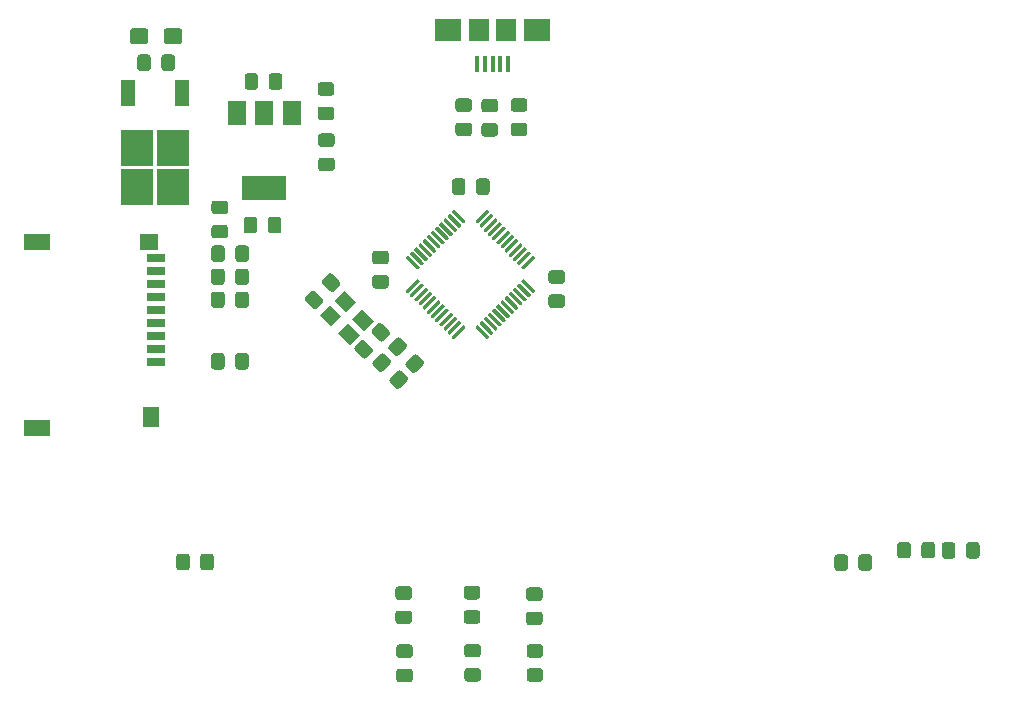
<source format=gbr>
%TF.GenerationSoftware,KiCad,Pcbnew,(5.99.0-3293-g62433736b)*%
%TF.CreationDate,2020-10-14T19:58:00+07:00*%
%TF.ProjectId,C21_board,4332315f-626f-4617-9264-2e6b69636164,rev?*%
%TF.SameCoordinates,Original*%
%TF.FileFunction,Paste,Top*%
%TF.FilePolarity,Positive*%
%FSLAX46Y46*%
G04 Gerber Fmt 4.6, Leading zero omitted, Abs format (unit mm)*
G04 Created by KiCad (PCBNEW (5.99.0-3293-g62433736b)) date 2020-10-14 19:58:00*
%MOMM*%
%LPD*%
G01*
G04 APERTURE LIST*
%ADD10R,1.600000X0.700000*%
%ADD11R,1.600000X1.400000*%
%ADD12R,2.200000X1.400000*%
%ADD13R,1.400000X1.800000*%
%ADD14R,1.500000X2.000000*%
%ADD15R,3.800000X2.000000*%
%ADD16R,2.750000X3.050000*%
%ADD17R,1.200000X2.200000*%
%ADD18R,0.400000X1.400000*%
%ADD19R,2.300000X1.900000*%
%ADD20R,1.800000X1.900000*%
G04 APERTURE END LIST*
%TO.C,C5*%
G36*
G01*
X120020000Y-66550000D02*
X120020000Y-65650000D01*
G75*
G02*
X120270000Y-65400000I250000J0D01*
G01*
X120920000Y-65400000D01*
G75*
G02*
X121170000Y-65650000I0J-250000D01*
G01*
X121170000Y-66550000D01*
G75*
G02*
X120920000Y-66800000I-250000J0D01*
G01*
X120270000Y-66800000D01*
G75*
G02*
X120020000Y-66550000I0J250000D01*
G01*
G37*
G36*
G01*
X122070000Y-66550000D02*
X122070000Y-65650000D01*
G75*
G02*
X122320000Y-65400000I250000J0D01*
G01*
X122970000Y-65400000D01*
G75*
G02*
X123220000Y-65650000I0J-250000D01*
G01*
X123220000Y-66550000D01*
G75*
G02*
X122970000Y-66800000I-250000J0D01*
G01*
X122320000Y-66800000D01*
G75*
G02*
X122070000Y-66550000I0J250000D01*
G01*
G37*
%TD*%
%TO.C,C6*%
G36*
G01*
X131075000Y-80425000D02*
X131975000Y-80425000D01*
G75*
G02*
X132225000Y-80675000I0J-250000D01*
G01*
X132225000Y-81325000D01*
G75*
G02*
X131975000Y-81575000I-250000J0D01*
G01*
X131075000Y-81575000D01*
G75*
G02*
X130825000Y-81325000I0J250000D01*
G01*
X130825000Y-80675000D01*
G75*
G02*
X131075000Y-80425000I250000J0D01*
G01*
G37*
G36*
G01*
X131075000Y-82475000D02*
X131975000Y-82475000D01*
G75*
G02*
X132225000Y-82725000I0J-250000D01*
G01*
X132225000Y-83375000D01*
G75*
G02*
X131975000Y-83625000I-250000J0D01*
G01*
X131075000Y-83625000D01*
G75*
G02*
X130825000Y-83375000I0J250000D01*
G01*
X130825000Y-82725000D01*
G75*
G02*
X131075000Y-82475000I250000J0D01*
G01*
G37*
%TD*%
%TO.C,C7*%
G36*
G01*
X119940000Y-78715000D02*
X119940000Y-77815000D01*
G75*
G02*
X120190000Y-77565000I250000J0D01*
G01*
X120840000Y-77565000D01*
G75*
G02*
X121090000Y-77815000I0J-250000D01*
G01*
X121090000Y-78715000D01*
G75*
G02*
X120840000Y-78965000I-250000J0D01*
G01*
X120190000Y-78965000D01*
G75*
G02*
X119940000Y-78715000I0J250000D01*
G01*
G37*
G36*
G01*
X121990000Y-78715000D02*
X121990000Y-77815000D01*
G75*
G02*
X122240000Y-77565000I250000J0D01*
G01*
X122890000Y-77565000D01*
G75*
G02*
X123140000Y-77815000I0J-250000D01*
G01*
X123140000Y-78715000D01*
G75*
G02*
X122890000Y-78965000I-250000J0D01*
G01*
X122240000Y-78965000D01*
G75*
G02*
X121990000Y-78715000I0J250000D01*
G01*
G37*
%TD*%
%TO.C,C8*%
G36*
G01*
X133799569Y-91438173D02*
X133163173Y-92074569D01*
G75*
G02*
X132809619Y-92074569I-176777J176777D01*
G01*
X132349999Y-91614949D01*
G75*
G02*
X132349999Y-91261395I176777J176777D01*
G01*
X132986395Y-90624999D01*
G75*
G02*
X133339949Y-90624999I176777J-176777D01*
G01*
X133799569Y-91084619D01*
G75*
G02*
X133799569Y-91438173I-176777J-176777D01*
G01*
G37*
G36*
G01*
X132350001Y-89988605D02*
X131713605Y-90625001D01*
G75*
G02*
X131360051Y-90625001I-176777J176777D01*
G01*
X130900431Y-90165381D01*
G75*
G02*
X130900431Y-89811827I176777J176777D01*
G01*
X131536827Y-89175431D01*
G75*
G02*
X131890381Y-89175431I176777J-176777D01*
G01*
X132350001Y-89635051D01*
G75*
G02*
X132350001Y-89988605I-176777J-176777D01*
G01*
G37*
%TD*%
%TO.C,C10*%
G36*
G01*
X146000000Y-82075000D02*
X146900000Y-82075000D01*
G75*
G02*
X147150000Y-82325000I0J-250000D01*
G01*
X147150000Y-82975000D01*
G75*
G02*
X146900000Y-83225000I-250000J0D01*
G01*
X146000000Y-83225000D01*
G75*
G02*
X145750000Y-82975000I0J250000D01*
G01*
X145750000Y-82325000D01*
G75*
G02*
X146000000Y-82075000I250000J0D01*
G01*
G37*
G36*
G01*
X146000000Y-84125000D02*
X146900000Y-84125000D01*
G75*
G02*
X147150000Y-84375000I0J-250000D01*
G01*
X147150000Y-85025000D01*
G75*
G02*
X146900000Y-85275000I-250000J0D01*
G01*
X146000000Y-85275000D01*
G75*
G02*
X145750000Y-85025000I0J250000D01*
G01*
X145750000Y-84375000D01*
G75*
G02*
X146000000Y-84125000I250000J0D01*
G01*
G37*
%TD*%
%TO.C,C11*%
G36*
G01*
X137575000Y-75450000D02*
X137575000Y-74550000D01*
G75*
G02*
X137825000Y-74300000I250000J0D01*
G01*
X138475000Y-74300000D01*
G75*
G02*
X138725000Y-74550000I0J-250000D01*
G01*
X138725000Y-75450000D01*
G75*
G02*
X138475000Y-75700000I-250000J0D01*
G01*
X137825000Y-75700000D01*
G75*
G02*
X137575000Y-75450000I0J250000D01*
G01*
G37*
G36*
G01*
X139625000Y-75450000D02*
X139625000Y-74550000D01*
G75*
G02*
X139875000Y-74300000I250000J0D01*
G01*
X140525000Y-74300000D01*
G75*
G02*
X140775000Y-74550000I0J-250000D01*
G01*
X140775000Y-75450000D01*
G75*
G02*
X140525000Y-75700000I-250000J0D01*
G01*
X139875000Y-75700000D01*
G75*
G02*
X139625000Y-75450000I0J250000D01*
G01*
G37*
%TD*%
%TO.C,C12*%
G36*
G01*
X114225000Y-107225000D02*
X114225000Y-106325000D01*
G75*
G02*
X114475000Y-106075000I250000J0D01*
G01*
X115125000Y-106075000D01*
G75*
G02*
X115375000Y-106325000I0J-250000D01*
G01*
X115375000Y-107225000D01*
G75*
G02*
X115125000Y-107475000I-250000J0D01*
G01*
X114475000Y-107475000D01*
G75*
G02*
X114225000Y-107225000I0J250000D01*
G01*
G37*
G36*
G01*
X116275000Y-107225000D02*
X116275000Y-106325000D01*
G75*
G02*
X116525000Y-106075000I250000J0D01*
G01*
X117175000Y-106075000D01*
G75*
G02*
X117425000Y-106325000I0J-250000D01*
G01*
X117425000Y-107225000D01*
G75*
G02*
X117175000Y-107475000I-250000J0D01*
G01*
X116525000Y-107475000D01*
G75*
G02*
X116275000Y-107225000I0J250000D01*
G01*
G37*
%TD*%
%TO.C,C15*%
G36*
G01*
X135149569Y-90088173D02*
X134513173Y-90724569D01*
G75*
G02*
X134159619Y-90724569I-176777J176777D01*
G01*
X133699999Y-90264949D01*
G75*
G02*
X133699999Y-89911395I176777J176777D01*
G01*
X134336395Y-89274999D01*
G75*
G02*
X134689949Y-89274999I176777J-176777D01*
G01*
X135149569Y-89734619D01*
G75*
G02*
X135149569Y-90088173I-176777J-176777D01*
G01*
G37*
G36*
G01*
X133700001Y-88638605D02*
X133063605Y-89275001D01*
G75*
G02*
X132710051Y-89275001I-176777J176777D01*
G01*
X132250431Y-88815381D01*
G75*
G02*
X132250431Y-88461827I176777J176777D01*
G01*
X132886827Y-87825431D01*
G75*
G02*
X133240381Y-87825431I176777J-176777D01*
G01*
X133700001Y-88285051D01*
G75*
G02*
X133700001Y-88638605I-176777J-176777D01*
G01*
G37*
%TD*%
%TO.C,3.3v*%
G36*
G01*
X126460000Y-66165000D02*
X127360000Y-66165000D01*
G75*
G02*
X127610000Y-66415000I0J-250000D01*
G01*
X127610000Y-67065000D01*
G75*
G02*
X127360000Y-67315000I-250000J0D01*
G01*
X126460000Y-67315000D01*
G75*
G02*
X126210000Y-67065000I0J250000D01*
G01*
X126210000Y-66415000D01*
G75*
G02*
X126460000Y-66165000I250000J0D01*
G01*
G37*
G36*
G01*
X126460000Y-68215000D02*
X127360000Y-68215000D01*
G75*
G02*
X127610000Y-68465000I0J-250000D01*
G01*
X127610000Y-69115000D01*
G75*
G02*
X127360000Y-69365000I-250000J0D01*
G01*
X126460000Y-69365000D01*
G75*
G02*
X126210000Y-69115000I0J250000D01*
G01*
X126210000Y-68465000D01*
G75*
G02*
X126460000Y-68215000I250000J0D01*
G01*
G37*
%TD*%
D10*
%TO.C,SD CARD*%
X112560000Y-89825000D03*
X112560000Y-88725000D03*
X112560000Y-87625000D03*
X112560000Y-86525000D03*
X112560000Y-85425000D03*
X112560000Y-84325000D03*
X112560000Y-83225000D03*
X112560000Y-82125000D03*
X112560000Y-81025000D03*
D11*
X111960000Y-79725000D03*
D12*
X102460000Y-79725000D03*
X102460000Y-95425000D03*
D13*
X112060000Y-94525000D03*
%TD*%
%TO.C,R1*%
G36*
G01*
X139025000Y-70720000D02*
X138125000Y-70720000D01*
G75*
G02*
X137875000Y-70470000I0J250000D01*
G01*
X137875000Y-69820000D01*
G75*
G02*
X138125000Y-69570000I250000J0D01*
G01*
X139025000Y-69570000D01*
G75*
G02*
X139275000Y-69820000I0J-250000D01*
G01*
X139275000Y-70470000D01*
G75*
G02*
X139025000Y-70720000I-250000J0D01*
G01*
G37*
G36*
G01*
X139025000Y-68670000D02*
X138125000Y-68670000D01*
G75*
G02*
X137875000Y-68420000I0J250000D01*
G01*
X137875000Y-67770000D01*
G75*
G02*
X138125000Y-67520000I250000J0D01*
G01*
X139025000Y-67520000D01*
G75*
G02*
X139275000Y-67770000I0J-250000D01*
G01*
X139275000Y-68420000D01*
G75*
G02*
X139025000Y-68670000I-250000J0D01*
G01*
G37*
%TD*%
%TO.C,R3*%
G36*
G01*
X126500000Y-70491250D02*
X127400000Y-70491250D01*
G75*
G02*
X127650000Y-70741250I0J-250000D01*
G01*
X127650000Y-71391250D01*
G75*
G02*
X127400000Y-71641250I-250000J0D01*
G01*
X126500000Y-71641250D01*
G75*
G02*
X126250000Y-71391250I0J250000D01*
G01*
X126250000Y-70741250D01*
G75*
G02*
X126500000Y-70491250I250000J0D01*
G01*
G37*
G36*
G01*
X126500000Y-72541250D02*
X127400000Y-72541250D01*
G75*
G02*
X127650000Y-72791250I0J-250000D01*
G01*
X127650000Y-73441250D01*
G75*
G02*
X127400000Y-73691250I-250000J0D01*
G01*
X126500000Y-73691250D01*
G75*
G02*
X126250000Y-73441250I0J250000D01*
G01*
X126250000Y-72791250D01*
G75*
G02*
X126500000Y-72541250I250000J0D01*
G01*
G37*
%TD*%
%TO.C,R4*%
G36*
G01*
X141230000Y-70760000D02*
X140330000Y-70760000D01*
G75*
G02*
X140080000Y-70510000I0J250000D01*
G01*
X140080000Y-69860000D01*
G75*
G02*
X140330000Y-69610000I250000J0D01*
G01*
X141230000Y-69610000D01*
G75*
G02*
X141480000Y-69860000I0J-250000D01*
G01*
X141480000Y-70510000D01*
G75*
G02*
X141230000Y-70760000I-250000J0D01*
G01*
G37*
G36*
G01*
X141230000Y-68710000D02*
X140330000Y-68710000D01*
G75*
G02*
X140080000Y-68460000I0J250000D01*
G01*
X140080000Y-67810000D01*
G75*
G02*
X140330000Y-67560000I250000J0D01*
G01*
X141230000Y-67560000D01*
G75*
G02*
X141480000Y-67810000I0J-250000D01*
G01*
X141480000Y-68460000D01*
G75*
G02*
X141230000Y-68710000I-250000J0D01*
G01*
G37*
%TD*%
%TO.C,R5*%
G36*
G01*
X143710000Y-70720000D02*
X142810000Y-70720000D01*
G75*
G02*
X142560000Y-70470000I0J250000D01*
G01*
X142560000Y-69820000D01*
G75*
G02*
X142810000Y-69570000I250000J0D01*
G01*
X143710000Y-69570000D01*
G75*
G02*
X143960000Y-69820000I0J-250000D01*
G01*
X143960000Y-70470000D01*
G75*
G02*
X143710000Y-70720000I-250000J0D01*
G01*
G37*
G36*
G01*
X143710000Y-68670000D02*
X142810000Y-68670000D01*
G75*
G02*
X142560000Y-68420000I0J250000D01*
G01*
X142560000Y-67770000D01*
G75*
G02*
X142810000Y-67520000I250000J0D01*
G01*
X143710000Y-67520000D01*
G75*
G02*
X143960000Y-67770000I0J-250000D01*
G01*
X143960000Y-68420000D01*
G75*
G02*
X143710000Y-68670000I-250000J0D01*
G01*
G37*
%TD*%
%TO.C,R6*%
G36*
G01*
X117175010Y-90234990D02*
X117175010Y-89334990D01*
G75*
G02*
X117425010Y-89084990I250000J0D01*
G01*
X118075010Y-89084990D01*
G75*
G02*
X118325010Y-89334990I0J-250000D01*
G01*
X118325010Y-90234990D01*
G75*
G02*
X118075010Y-90484990I-250000J0D01*
G01*
X117425010Y-90484990D01*
G75*
G02*
X117175010Y-90234990I0J250000D01*
G01*
G37*
G36*
G01*
X119225010Y-90234990D02*
X119225010Y-89334990D01*
G75*
G02*
X119475010Y-89084990I250000J0D01*
G01*
X120125010Y-89084990D01*
G75*
G02*
X120375010Y-89334990I0J-250000D01*
G01*
X120375010Y-90234990D01*
G75*
G02*
X120125010Y-90484990I-250000J0D01*
G01*
X119475010Y-90484990D01*
G75*
G02*
X119225010Y-90234990I0J250000D01*
G01*
G37*
%TD*%
%TO.C,R7*%
G36*
G01*
X117185000Y-83080000D02*
X117185000Y-82180000D01*
G75*
G02*
X117435000Y-81930000I250000J0D01*
G01*
X118085000Y-81930000D01*
G75*
G02*
X118335000Y-82180000I0J-250000D01*
G01*
X118335000Y-83080000D01*
G75*
G02*
X118085000Y-83330000I-250000J0D01*
G01*
X117435000Y-83330000D01*
G75*
G02*
X117185000Y-83080000I0J250000D01*
G01*
G37*
G36*
G01*
X119235000Y-83080000D02*
X119235000Y-82180000D01*
G75*
G02*
X119485000Y-81930000I250000J0D01*
G01*
X120135000Y-81930000D01*
G75*
G02*
X120385000Y-82180000I0J-250000D01*
G01*
X120385000Y-83080000D01*
G75*
G02*
X120135000Y-83330000I-250000J0D01*
G01*
X119485000Y-83330000D01*
G75*
G02*
X119235000Y-83080000I0J250000D01*
G01*
G37*
%TD*%
%TO.C,R8*%
G36*
G01*
X117195000Y-81130000D02*
X117195000Y-80230000D01*
G75*
G02*
X117445000Y-79980000I250000J0D01*
G01*
X118095000Y-79980000D01*
G75*
G02*
X118345000Y-80230000I0J-250000D01*
G01*
X118345000Y-81130000D01*
G75*
G02*
X118095000Y-81380000I-250000J0D01*
G01*
X117445000Y-81380000D01*
G75*
G02*
X117195000Y-81130000I0J250000D01*
G01*
G37*
G36*
G01*
X119245000Y-81130000D02*
X119245000Y-80230000D01*
G75*
G02*
X119495000Y-79980000I250000J0D01*
G01*
X120145000Y-79980000D01*
G75*
G02*
X120395000Y-80230000I0J-250000D01*
G01*
X120395000Y-81130000D01*
G75*
G02*
X120145000Y-81380000I-250000J0D01*
G01*
X119495000Y-81380000D01*
G75*
G02*
X119245000Y-81130000I0J250000D01*
G01*
G37*
%TD*%
%TO.C,R9*%
G36*
G01*
X117185000Y-85030000D02*
X117185000Y-84130000D01*
G75*
G02*
X117435000Y-83880000I250000J0D01*
G01*
X118085000Y-83880000D01*
G75*
G02*
X118335000Y-84130000I0J-250000D01*
G01*
X118335000Y-85030000D01*
G75*
G02*
X118085000Y-85280000I-250000J0D01*
G01*
X117435000Y-85280000D01*
G75*
G02*
X117185000Y-85030000I0J250000D01*
G01*
G37*
G36*
G01*
X119235000Y-85030000D02*
X119235000Y-84130000D01*
G75*
G02*
X119485000Y-83880000I250000J0D01*
G01*
X120135000Y-83880000D01*
G75*
G02*
X120385000Y-84130000I0J-250000D01*
G01*
X120385000Y-85030000D01*
G75*
G02*
X120135000Y-85280000I-250000J0D01*
G01*
X119485000Y-85280000D01*
G75*
G02*
X119235000Y-85030000I0J250000D01*
G01*
G37*
%TD*%
D14*
%TO.C,AMS1117*%
X124000000Y-68775000D03*
X121700000Y-68775000D03*
D15*
X121700000Y-75075000D03*
D14*
X119400000Y-68775000D03*
%TD*%
%TO.C,STM32*%
G36*
G01*
X133793666Y-83998312D02*
X133687600Y-83892246D01*
G75*
G02*
X133687600Y-83786180I53033J53033D01*
G01*
X134624516Y-82849264D01*
G75*
G02*
X134730582Y-82849264I53033J-53033D01*
G01*
X134836648Y-82955330D01*
G75*
G02*
X134836648Y-83061396I-53033J-53033D01*
G01*
X133899732Y-83998312D01*
G75*
G02*
X133793666Y-83998312I-53033J53033D01*
G01*
G37*
G36*
G01*
X134147220Y-84351866D02*
X134041154Y-84245800D01*
G75*
G02*
X134041154Y-84139734I53033J53033D01*
G01*
X134978070Y-83202818D01*
G75*
G02*
X135084136Y-83202818I53033J-53033D01*
G01*
X135190202Y-83308884D01*
G75*
G02*
X135190202Y-83414950I-53033J-53033D01*
G01*
X134253286Y-84351866D01*
G75*
G02*
X134147220Y-84351866I-53033J53033D01*
G01*
G37*
G36*
G01*
X134500773Y-84705419D02*
X134394707Y-84599353D01*
G75*
G02*
X134394707Y-84493287I53033J53033D01*
G01*
X135331623Y-83556371D01*
G75*
G02*
X135437689Y-83556371I53033J-53033D01*
G01*
X135543755Y-83662437D01*
G75*
G02*
X135543755Y-83768503I-53033J-53033D01*
G01*
X134606839Y-84705419D01*
G75*
G02*
X134500773Y-84705419I-53033J53033D01*
G01*
G37*
G36*
G01*
X134854327Y-85058973D02*
X134748261Y-84952907D01*
G75*
G02*
X134748261Y-84846841I53033J53033D01*
G01*
X135685177Y-83909925D01*
G75*
G02*
X135791243Y-83909925I53033J-53033D01*
G01*
X135897309Y-84015991D01*
G75*
G02*
X135897309Y-84122057I-53033J-53033D01*
G01*
X134960393Y-85058973D01*
G75*
G02*
X134854327Y-85058973I-53033J53033D01*
G01*
G37*
G36*
G01*
X135207880Y-85412526D02*
X135101814Y-85306460D01*
G75*
G02*
X135101814Y-85200394I53033J53033D01*
G01*
X136038730Y-84263478D01*
G75*
G02*
X136144796Y-84263478I53033J-53033D01*
G01*
X136250862Y-84369544D01*
G75*
G02*
X136250862Y-84475610I-53033J-53033D01*
G01*
X135313946Y-85412526D01*
G75*
G02*
X135207880Y-85412526I-53033J53033D01*
G01*
G37*
G36*
G01*
X135561433Y-85766079D02*
X135455367Y-85660013D01*
G75*
G02*
X135455367Y-85553947I53033J53033D01*
G01*
X136392283Y-84617031D01*
G75*
G02*
X136498349Y-84617031I53033J-53033D01*
G01*
X136604415Y-84723097D01*
G75*
G02*
X136604415Y-84829163I-53033J-53033D01*
G01*
X135667499Y-85766079D01*
G75*
G02*
X135561433Y-85766079I-53033J53033D01*
G01*
G37*
G36*
G01*
X135914987Y-86119633D02*
X135808921Y-86013567D01*
G75*
G02*
X135808921Y-85907501I53033J53033D01*
G01*
X136745837Y-84970585D01*
G75*
G02*
X136851903Y-84970585I53033J-53033D01*
G01*
X136957969Y-85076651D01*
G75*
G02*
X136957969Y-85182717I-53033J-53033D01*
G01*
X136021053Y-86119633D01*
G75*
G02*
X135914987Y-86119633I-53033J53033D01*
G01*
G37*
G36*
G01*
X136268540Y-86473186D02*
X136162474Y-86367120D01*
G75*
G02*
X136162474Y-86261054I53033J53033D01*
G01*
X137099390Y-85324138D01*
G75*
G02*
X137205456Y-85324138I53033J-53033D01*
G01*
X137311522Y-85430204D01*
G75*
G02*
X137311522Y-85536270I-53033J-53033D01*
G01*
X136374606Y-86473186D01*
G75*
G02*
X136268540Y-86473186I-53033J53033D01*
G01*
G37*
G36*
G01*
X136622093Y-86826739D02*
X136516027Y-86720673D01*
G75*
G02*
X136516027Y-86614607I53033J53033D01*
G01*
X137452943Y-85677691D01*
G75*
G02*
X137559009Y-85677691I53033J-53033D01*
G01*
X137665075Y-85783757D01*
G75*
G02*
X137665075Y-85889823I-53033J-53033D01*
G01*
X136728159Y-86826739D01*
G75*
G02*
X136622093Y-86826739I-53033J53033D01*
G01*
G37*
G36*
G01*
X136975647Y-87180293D02*
X136869581Y-87074227D01*
G75*
G02*
X136869581Y-86968161I53033J53033D01*
G01*
X137806497Y-86031245D01*
G75*
G02*
X137912563Y-86031245I53033J-53033D01*
G01*
X138018629Y-86137311D01*
G75*
G02*
X138018629Y-86243377I-53033J-53033D01*
G01*
X137081713Y-87180293D01*
G75*
G02*
X136975647Y-87180293I-53033J53033D01*
G01*
G37*
G36*
G01*
X137329200Y-87533846D02*
X137223134Y-87427780D01*
G75*
G02*
X137223134Y-87321714I53033J53033D01*
G01*
X138160050Y-86384798D01*
G75*
G02*
X138266116Y-86384798I53033J-53033D01*
G01*
X138372182Y-86490864D01*
G75*
G02*
X138372182Y-86596930I-53033J-53033D01*
G01*
X137435266Y-87533846D01*
G75*
G02*
X137329200Y-87533846I-53033J53033D01*
G01*
G37*
G36*
G01*
X137682754Y-87887400D02*
X137576688Y-87781334D01*
G75*
G02*
X137576688Y-87675268I53033J53033D01*
G01*
X138513604Y-86738352D01*
G75*
G02*
X138619670Y-86738352I53033J-53033D01*
G01*
X138725736Y-86844418D01*
G75*
G02*
X138725736Y-86950484I-53033J-53033D01*
G01*
X137788820Y-87887400D01*
G75*
G02*
X137682754Y-87887400I-53033J53033D01*
G01*
G37*
G36*
G01*
X140511180Y-87887400D02*
X139574264Y-86950484D01*
G75*
G02*
X139574264Y-86844418I53033J53033D01*
G01*
X139680330Y-86738352D01*
G75*
G02*
X139786396Y-86738352I53033J-53033D01*
G01*
X140723312Y-87675268D01*
G75*
G02*
X140723312Y-87781334I-53033J-53033D01*
G01*
X140617246Y-87887400D01*
G75*
G02*
X140511180Y-87887400I-53033J53033D01*
G01*
G37*
G36*
G01*
X140864734Y-87533846D02*
X139927818Y-86596930D01*
G75*
G02*
X139927818Y-86490864I53033J53033D01*
G01*
X140033884Y-86384798D01*
G75*
G02*
X140139950Y-86384798I53033J-53033D01*
G01*
X141076866Y-87321714D01*
G75*
G02*
X141076866Y-87427780I-53033J-53033D01*
G01*
X140970800Y-87533846D01*
G75*
G02*
X140864734Y-87533846I-53033J53033D01*
G01*
G37*
G36*
G01*
X141218287Y-87180293D02*
X140281371Y-86243377D01*
G75*
G02*
X140281371Y-86137311I53033J53033D01*
G01*
X140387437Y-86031245D01*
G75*
G02*
X140493503Y-86031245I53033J-53033D01*
G01*
X141430419Y-86968161D01*
G75*
G02*
X141430419Y-87074227I-53033J-53033D01*
G01*
X141324353Y-87180293D01*
G75*
G02*
X141218287Y-87180293I-53033J53033D01*
G01*
G37*
G36*
G01*
X141571841Y-86826739D02*
X140634925Y-85889823D01*
G75*
G02*
X140634925Y-85783757I53033J53033D01*
G01*
X140740991Y-85677691D01*
G75*
G02*
X140847057Y-85677691I53033J-53033D01*
G01*
X141783973Y-86614607D01*
G75*
G02*
X141783973Y-86720673I-53033J-53033D01*
G01*
X141677907Y-86826739D01*
G75*
G02*
X141571841Y-86826739I-53033J53033D01*
G01*
G37*
G36*
G01*
X141925394Y-86473186D02*
X140988478Y-85536270D01*
G75*
G02*
X140988478Y-85430204I53033J53033D01*
G01*
X141094544Y-85324138D01*
G75*
G02*
X141200610Y-85324138I53033J-53033D01*
G01*
X142137526Y-86261054D01*
G75*
G02*
X142137526Y-86367120I-53033J-53033D01*
G01*
X142031460Y-86473186D01*
G75*
G02*
X141925394Y-86473186I-53033J53033D01*
G01*
G37*
G36*
G01*
X142278947Y-86119633D02*
X141342031Y-85182717D01*
G75*
G02*
X141342031Y-85076651I53033J53033D01*
G01*
X141448097Y-84970585D01*
G75*
G02*
X141554163Y-84970585I53033J-53033D01*
G01*
X142491079Y-85907501D01*
G75*
G02*
X142491079Y-86013567I-53033J-53033D01*
G01*
X142385013Y-86119633D01*
G75*
G02*
X142278947Y-86119633I-53033J53033D01*
G01*
G37*
G36*
G01*
X142632501Y-85766079D02*
X141695585Y-84829163D01*
G75*
G02*
X141695585Y-84723097I53033J53033D01*
G01*
X141801651Y-84617031D01*
G75*
G02*
X141907717Y-84617031I53033J-53033D01*
G01*
X142844633Y-85553947D01*
G75*
G02*
X142844633Y-85660013I-53033J-53033D01*
G01*
X142738567Y-85766079D01*
G75*
G02*
X142632501Y-85766079I-53033J53033D01*
G01*
G37*
G36*
G01*
X142986054Y-85412526D02*
X142049138Y-84475610D01*
G75*
G02*
X142049138Y-84369544I53033J53033D01*
G01*
X142155204Y-84263478D01*
G75*
G02*
X142261270Y-84263478I53033J-53033D01*
G01*
X143198186Y-85200394D01*
G75*
G02*
X143198186Y-85306460I-53033J-53033D01*
G01*
X143092120Y-85412526D01*
G75*
G02*
X142986054Y-85412526I-53033J53033D01*
G01*
G37*
G36*
G01*
X143339607Y-85058973D02*
X142402691Y-84122057D01*
G75*
G02*
X142402691Y-84015991I53033J53033D01*
G01*
X142508757Y-83909925D01*
G75*
G02*
X142614823Y-83909925I53033J-53033D01*
G01*
X143551739Y-84846841D01*
G75*
G02*
X143551739Y-84952907I-53033J-53033D01*
G01*
X143445673Y-85058973D01*
G75*
G02*
X143339607Y-85058973I-53033J53033D01*
G01*
G37*
G36*
G01*
X143693161Y-84705419D02*
X142756245Y-83768503D01*
G75*
G02*
X142756245Y-83662437I53033J53033D01*
G01*
X142862311Y-83556371D01*
G75*
G02*
X142968377Y-83556371I53033J-53033D01*
G01*
X143905293Y-84493287D01*
G75*
G02*
X143905293Y-84599353I-53033J-53033D01*
G01*
X143799227Y-84705419D01*
G75*
G02*
X143693161Y-84705419I-53033J53033D01*
G01*
G37*
G36*
G01*
X144046714Y-84351866D02*
X143109798Y-83414950D01*
G75*
G02*
X143109798Y-83308884I53033J53033D01*
G01*
X143215864Y-83202818D01*
G75*
G02*
X143321930Y-83202818I53033J-53033D01*
G01*
X144258846Y-84139734D01*
G75*
G02*
X144258846Y-84245800I-53033J-53033D01*
G01*
X144152780Y-84351866D01*
G75*
G02*
X144046714Y-84351866I-53033J53033D01*
G01*
G37*
G36*
G01*
X144400268Y-83998312D02*
X143463352Y-83061396D01*
G75*
G02*
X143463352Y-82955330I53033J53033D01*
G01*
X143569418Y-82849264D01*
G75*
G02*
X143675484Y-82849264I53033J-53033D01*
G01*
X144612400Y-83786180D01*
G75*
G02*
X144612400Y-83892246I-53033J-53033D01*
G01*
X144506334Y-83998312D01*
G75*
G02*
X144400268Y-83998312I-53033J53033D01*
G01*
G37*
G36*
G01*
X143569418Y-82000736D02*
X143463352Y-81894670D01*
G75*
G02*
X143463352Y-81788604I53033J53033D01*
G01*
X144400268Y-80851688D01*
G75*
G02*
X144506334Y-80851688I53033J-53033D01*
G01*
X144612400Y-80957754D01*
G75*
G02*
X144612400Y-81063820I-53033J-53033D01*
G01*
X143675484Y-82000736D01*
G75*
G02*
X143569418Y-82000736I-53033J53033D01*
G01*
G37*
G36*
G01*
X143215864Y-81647182D02*
X143109798Y-81541116D01*
G75*
G02*
X143109798Y-81435050I53033J53033D01*
G01*
X144046714Y-80498134D01*
G75*
G02*
X144152780Y-80498134I53033J-53033D01*
G01*
X144258846Y-80604200D01*
G75*
G02*
X144258846Y-80710266I-53033J-53033D01*
G01*
X143321930Y-81647182D01*
G75*
G02*
X143215864Y-81647182I-53033J53033D01*
G01*
G37*
G36*
G01*
X142862311Y-81293629D02*
X142756245Y-81187563D01*
G75*
G02*
X142756245Y-81081497I53033J53033D01*
G01*
X143693161Y-80144581D01*
G75*
G02*
X143799227Y-80144581I53033J-53033D01*
G01*
X143905293Y-80250647D01*
G75*
G02*
X143905293Y-80356713I-53033J-53033D01*
G01*
X142968377Y-81293629D01*
G75*
G02*
X142862311Y-81293629I-53033J53033D01*
G01*
G37*
G36*
G01*
X142508757Y-80940075D02*
X142402691Y-80834009D01*
G75*
G02*
X142402691Y-80727943I53033J53033D01*
G01*
X143339607Y-79791027D01*
G75*
G02*
X143445673Y-79791027I53033J-53033D01*
G01*
X143551739Y-79897093D01*
G75*
G02*
X143551739Y-80003159I-53033J-53033D01*
G01*
X142614823Y-80940075D01*
G75*
G02*
X142508757Y-80940075I-53033J53033D01*
G01*
G37*
G36*
G01*
X142155204Y-80586522D02*
X142049138Y-80480456D01*
G75*
G02*
X142049138Y-80374390I53033J53033D01*
G01*
X142986054Y-79437474D01*
G75*
G02*
X143092120Y-79437474I53033J-53033D01*
G01*
X143198186Y-79543540D01*
G75*
G02*
X143198186Y-79649606I-53033J-53033D01*
G01*
X142261270Y-80586522D01*
G75*
G02*
X142155204Y-80586522I-53033J53033D01*
G01*
G37*
G36*
G01*
X141801651Y-80232969D02*
X141695585Y-80126903D01*
G75*
G02*
X141695585Y-80020837I53033J53033D01*
G01*
X142632501Y-79083921D01*
G75*
G02*
X142738567Y-79083921I53033J-53033D01*
G01*
X142844633Y-79189987D01*
G75*
G02*
X142844633Y-79296053I-53033J-53033D01*
G01*
X141907717Y-80232969D01*
G75*
G02*
X141801651Y-80232969I-53033J53033D01*
G01*
G37*
G36*
G01*
X141448097Y-79879415D02*
X141342031Y-79773349D01*
G75*
G02*
X141342031Y-79667283I53033J53033D01*
G01*
X142278947Y-78730367D01*
G75*
G02*
X142385013Y-78730367I53033J-53033D01*
G01*
X142491079Y-78836433D01*
G75*
G02*
X142491079Y-78942499I-53033J-53033D01*
G01*
X141554163Y-79879415D01*
G75*
G02*
X141448097Y-79879415I-53033J53033D01*
G01*
G37*
G36*
G01*
X141094544Y-79525862D02*
X140988478Y-79419796D01*
G75*
G02*
X140988478Y-79313730I53033J53033D01*
G01*
X141925394Y-78376814D01*
G75*
G02*
X142031460Y-78376814I53033J-53033D01*
G01*
X142137526Y-78482880D01*
G75*
G02*
X142137526Y-78588946I-53033J-53033D01*
G01*
X141200610Y-79525862D01*
G75*
G02*
X141094544Y-79525862I-53033J53033D01*
G01*
G37*
G36*
G01*
X140740991Y-79172309D02*
X140634925Y-79066243D01*
G75*
G02*
X140634925Y-78960177I53033J53033D01*
G01*
X141571841Y-78023261D01*
G75*
G02*
X141677907Y-78023261I53033J-53033D01*
G01*
X141783973Y-78129327D01*
G75*
G02*
X141783973Y-78235393I-53033J-53033D01*
G01*
X140847057Y-79172309D01*
G75*
G02*
X140740991Y-79172309I-53033J53033D01*
G01*
G37*
G36*
G01*
X140387437Y-78818755D02*
X140281371Y-78712689D01*
G75*
G02*
X140281371Y-78606623I53033J53033D01*
G01*
X141218287Y-77669707D01*
G75*
G02*
X141324353Y-77669707I53033J-53033D01*
G01*
X141430419Y-77775773D01*
G75*
G02*
X141430419Y-77881839I-53033J-53033D01*
G01*
X140493503Y-78818755D01*
G75*
G02*
X140387437Y-78818755I-53033J53033D01*
G01*
G37*
G36*
G01*
X140033884Y-78465202D02*
X139927818Y-78359136D01*
G75*
G02*
X139927818Y-78253070I53033J53033D01*
G01*
X140864734Y-77316154D01*
G75*
G02*
X140970800Y-77316154I53033J-53033D01*
G01*
X141076866Y-77422220D01*
G75*
G02*
X141076866Y-77528286I-53033J-53033D01*
G01*
X140139950Y-78465202D01*
G75*
G02*
X140033884Y-78465202I-53033J53033D01*
G01*
G37*
G36*
G01*
X139680330Y-78111648D02*
X139574264Y-78005582D01*
G75*
G02*
X139574264Y-77899516I53033J53033D01*
G01*
X140511180Y-76962600D01*
G75*
G02*
X140617246Y-76962600I53033J-53033D01*
G01*
X140723312Y-77068666D01*
G75*
G02*
X140723312Y-77174732I-53033J-53033D01*
G01*
X139786396Y-78111648D01*
G75*
G02*
X139680330Y-78111648I-53033J53033D01*
G01*
G37*
G36*
G01*
X138513604Y-78111648D02*
X137576688Y-77174732D01*
G75*
G02*
X137576688Y-77068666I53033J53033D01*
G01*
X137682754Y-76962600D01*
G75*
G02*
X137788820Y-76962600I53033J-53033D01*
G01*
X138725736Y-77899516D01*
G75*
G02*
X138725736Y-78005582I-53033J-53033D01*
G01*
X138619670Y-78111648D01*
G75*
G02*
X138513604Y-78111648I-53033J53033D01*
G01*
G37*
G36*
G01*
X138160050Y-78465202D02*
X137223134Y-77528286D01*
G75*
G02*
X137223134Y-77422220I53033J53033D01*
G01*
X137329200Y-77316154D01*
G75*
G02*
X137435266Y-77316154I53033J-53033D01*
G01*
X138372182Y-78253070D01*
G75*
G02*
X138372182Y-78359136I-53033J-53033D01*
G01*
X138266116Y-78465202D01*
G75*
G02*
X138160050Y-78465202I-53033J53033D01*
G01*
G37*
G36*
G01*
X137806497Y-78818755D02*
X136869581Y-77881839D01*
G75*
G02*
X136869581Y-77775773I53033J53033D01*
G01*
X136975647Y-77669707D01*
G75*
G02*
X137081713Y-77669707I53033J-53033D01*
G01*
X138018629Y-78606623D01*
G75*
G02*
X138018629Y-78712689I-53033J-53033D01*
G01*
X137912563Y-78818755D01*
G75*
G02*
X137806497Y-78818755I-53033J53033D01*
G01*
G37*
G36*
G01*
X137452943Y-79172309D02*
X136516027Y-78235393D01*
G75*
G02*
X136516027Y-78129327I53033J53033D01*
G01*
X136622093Y-78023261D01*
G75*
G02*
X136728159Y-78023261I53033J-53033D01*
G01*
X137665075Y-78960177D01*
G75*
G02*
X137665075Y-79066243I-53033J-53033D01*
G01*
X137559009Y-79172309D01*
G75*
G02*
X137452943Y-79172309I-53033J53033D01*
G01*
G37*
G36*
G01*
X137099390Y-79525862D02*
X136162474Y-78588946D01*
G75*
G02*
X136162474Y-78482880I53033J53033D01*
G01*
X136268540Y-78376814D01*
G75*
G02*
X136374606Y-78376814I53033J-53033D01*
G01*
X137311522Y-79313730D01*
G75*
G02*
X137311522Y-79419796I-53033J-53033D01*
G01*
X137205456Y-79525862D01*
G75*
G02*
X137099390Y-79525862I-53033J53033D01*
G01*
G37*
G36*
G01*
X136745837Y-79879415D02*
X135808921Y-78942499D01*
G75*
G02*
X135808921Y-78836433I53033J53033D01*
G01*
X135914987Y-78730367D01*
G75*
G02*
X136021053Y-78730367I53033J-53033D01*
G01*
X136957969Y-79667283D01*
G75*
G02*
X136957969Y-79773349I-53033J-53033D01*
G01*
X136851903Y-79879415D01*
G75*
G02*
X136745837Y-79879415I-53033J53033D01*
G01*
G37*
G36*
G01*
X136392283Y-80232969D02*
X135455367Y-79296053D01*
G75*
G02*
X135455367Y-79189987I53033J53033D01*
G01*
X135561433Y-79083921D01*
G75*
G02*
X135667499Y-79083921I53033J-53033D01*
G01*
X136604415Y-80020837D01*
G75*
G02*
X136604415Y-80126903I-53033J-53033D01*
G01*
X136498349Y-80232969D01*
G75*
G02*
X136392283Y-80232969I-53033J53033D01*
G01*
G37*
G36*
G01*
X136038730Y-80586522D02*
X135101814Y-79649606D01*
G75*
G02*
X135101814Y-79543540I53033J53033D01*
G01*
X135207880Y-79437474D01*
G75*
G02*
X135313946Y-79437474I53033J-53033D01*
G01*
X136250862Y-80374390D01*
G75*
G02*
X136250862Y-80480456I-53033J-53033D01*
G01*
X136144796Y-80586522D01*
G75*
G02*
X136038730Y-80586522I-53033J53033D01*
G01*
G37*
G36*
G01*
X135685177Y-80940075D02*
X134748261Y-80003159D01*
G75*
G02*
X134748261Y-79897093I53033J53033D01*
G01*
X134854327Y-79791027D01*
G75*
G02*
X134960393Y-79791027I53033J-53033D01*
G01*
X135897309Y-80727943D01*
G75*
G02*
X135897309Y-80834009I-53033J-53033D01*
G01*
X135791243Y-80940075D01*
G75*
G02*
X135685177Y-80940075I-53033J53033D01*
G01*
G37*
G36*
G01*
X135331623Y-81293629D02*
X134394707Y-80356713D01*
G75*
G02*
X134394707Y-80250647I53033J53033D01*
G01*
X134500773Y-80144581D01*
G75*
G02*
X134606839Y-80144581I53033J-53033D01*
G01*
X135543755Y-81081497D01*
G75*
G02*
X135543755Y-81187563I-53033J-53033D01*
G01*
X135437689Y-81293629D01*
G75*
G02*
X135331623Y-81293629I-53033J53033D01*
G01*
G37*
G36*
G01*
X134978070Y-81647182D02*
X134041154Y-80710266D01*
G75*
G02*
X134041154Y-80604200I53033J53033D01*
G01*
X134147220Y-80498134D01*
G75*
G02*
X134253286Y-80498134I53033J-53033D01*
G01*
X135190202Y-81435050D01*
G75*
G02*
X135190202Y-81541116I-53033J-53033D01*
G01*
X135084136Y-81647182D01*
G75*
G02*
X134978070Y-81647182I-53033J53033D01*
G01*
G37*
G36*
G01*
X134624516Y-82000736D02*
X133687600Y-81063820D01*
G75*
G02*
X133687600Y-80957754I53033J53033D01*
G01*
X133793666Y-80851688D01*
G75*
G02*
X133899732Y-80851688I53033J-53033D01*
G01*
X134836648Y-81788604D01*
G75*
G02*
X134836648Y-81894670I-53033J-53033D01*
G01*
X134730582Y-82000736D01*
G75*
G02*
X134624516Y-82000736I-53033J53033D01*
G01*
G37*
%TD*%
%TO.C,Y1*%
G36*
X126375126Y-85848654D02*
G01*
X127223654Y-85000126D01*
X128213604Y-85990076D01*
X127365076Y-86838604D01*
X126375126Y-85848654D01*
G37*
G36*
X127930761Y-87404289D02*
G01*
X128779289Y-86555761D01*
X129769239Y-87545711D01*
X128920711Y-88394239D01*
X127930761Y-87404289D01*
G37*
G36*
X129132842Y-86202208D02*
G01*
X129981370Y-85353680D01*
X130971320Y-86343630D01*
X130122792Y-87192158D01*
X129132842Y-86202208D01*
G37*
G36*
X127577207Y-84646573D02*
G01*
X128425735Y-83798045D01*
X129415685Y-84787995D01*
X128567157Y-85636523D01*
X127577207Y-84646573D01*
G37*
%TD*%
%TO.C,C19*%
G36*
G01*
X117470000Y-76185000D02*
X118370000Y-76185000D01*
G75*
G02*
X118620000Y-76435000I0J-250000D01*
G01*
X118620000Y-77085000D01*
G75*
G02*
X118370000Y-77335000I-250000J0D01*
G01*
X117470000Y-77335000D01*
G75*
G02*
X117220000Y-77085000I0J250000D01*
G01*
X117220000Y-76435000D01*
G75*
G02*
X117470000Y-76185000I250000J0D01*
G01*
G37*
G36*
G01*
X117470000Y-78235000D02*
X118370000Y-78235000D01*
G75*
G02*
X118620000Y-78485000I0J-250000D01*
G01*
X118620000Y-79135000D01*
G75*
G02*
X118370000Y-79385000I-250000J0D01*
G01*
X117470000Y-79385000D01*
G75*
G02*
X117220000Y-79135000I0J250000D01*
G01*
X117220000Y-78485000D01*
G75*
G02*
X117470000Y-78235000I250000J0D01*
G01*
G37*
%TD*%
%TO.C,LED1*%
G36*
G01*
X144100000Y-108925000D02*
X145000000Y-108925000D01*
G75*
G02*
X145250000Y-109175000I0J-250000D01*
G01*
X145250000Y-109825000D01*
G75*
G02*
X145000000Y-110075000I-250000J0D01*
G01*
X144100000Y-110075000D01*
G75*
G02*
X143850000Y-109825000I0J250000D01*
G01*
X143850000Y-109175000D01*
G75*
G02*
X144100000Y-108925000I250000J0D01*
G01*
G37*
G36*
G01*
X144100000Y-110975000D02*
X145000000Y-110975000D01*
G75*
G02*
X145250000Y-111225000I0J-250000D01*
G01*
X145250000Y-111875000D01*
G75*
G02*
X145000000Y-112125000I-250000J0D01*
G01*
X144100000Y-112125000D01*
G75*
G02*
X143850000Y-111875000I0J250000D01*
G01*
X143850000Y-111225000D01*
G75*
G02*
X144100000Y-110975000I250000J0D01*
G01*
G37*
%TD*%
%TO.C,LED2*%
G36*
G01*
X138830000Y-108805000D02*
X139730000Y-108805000D01*
G75*
G02*
X139980000Y-109055000I0J-250000D01*
G01*
X139980000Y-109705000D01*
G75*
G02*
X139730000Y-109955000I-250000J0D01*
G01*
X138830000Y-109955000D01*
G75*
G02*
X138580000Y-109705000I0J250000D01*
G01*
X138580000Y-109055000D01*
G75*
G02*
X138830000Y-108805000I250000J0D01*
G01*
G37*
G36*
G01*
X138830000Y-110855000D02*
X139730000Y-110855000D01*
G75*
G02*
X139980000Y-111105000I0J-250000D01*
G01*
X139980000Y-111755000D01*
G75*
G02*
X139730000Y-112005000I-250000J0D01*
G01*
X138830000Y-112005000D01*
G75*
G02*
X138580000Y-111755000I0J250000D01*
G01*
X138580000Y-111105000D01*
G75*
G02*
X138830000Y-110855000I250000J0D01*
G01*
G37*
%TD*%
%TO.C,LED3*%
G36*
G01*
X133045000Y-108835000D02*
X133945000Y-108835000D01*
G75*
G02*
X134195000Y-109085000I0J-250000D01*
G01*
X134195000Y-109735000D01*
G75*
G02*
X133945000Y-109985000I-250000J0D01*
G01*
X133045000Y-109985000D01*
G75*
G02*
X132795000Y-109735000I0J250000D01*
G01*
X132795000Y-109085000D01*
G75*
G02*
X133045000Y-108835000I250000J0D01*
G01*
G37*
G36*
G01*
X133045000Y-110885000D02*
X133945000Y-110885000D01*
G75*
G02*
X134195000Y-111135000I0J-250000D01*
G01*
X134195000Y-111785000D01*
G75*
G02*
X133945000Y-112035000I-250000J0D01*
G01*
X133045000Y-112035000D01*
G75*
G02*
X132795000Y-111785000I0J250000D01*
G01*
X132795000Y-111135000D01*
G75*
G02*
X133045000Y-110885000I250000J0D01*
G01*
G37*
%TD*%
%TO.C,R15*%
G36*
G01*
X144150000Y-113730000D02*
X145050000Y-113730000D01*
G75*
G02*
X145300000Y-113980000I0J-250000D01*
G01*
X145300000Y-114630000D01*
G75*
G02*
X145050000Y-114880000I-250000J0D01*
G01*
X144150000Y-114880000D01*
G75*
G02*
X143900000Y-114630000I0J250000D01*
G01*
X143900000Y-113980000D01*
G75*
G02*
X144150000Y-113730000I250000J0D01*
G01*
G37*
G36*
G01*
X144150000Y-115780000D02*
X145050000Y-115780000D01*
G75*
G02*
X145300000Y-116030000I0J-250000D01*
G01*
X145300000Y-116680000D01*
G75*
G02*
X145050000Y-116930000I-250000J0D01*
G01*
X144150000Y-116930000D01*
G75*
G02*
X143900000Y-116680000I0J250000D01*
G01*
X143900000Y-116030000D01*
G75*
G02*
X144150000Y-115780000I250000J0D01*
G01*
G37*
%TD*%
%TO.C,R16*%
G36*
G01*
X138880000Y-113710000D02*
X139780000Y-113710000D01*
G75*
G02*
X140030000Y-113960000I0J-250000D01*
G01*
X140030000Y-114610000D01*
G75*
G02*
X139780000Y-114860000I-250000J0D01*
G01*
X138880000Y-114860000D01*
G75*
G02*
X138630000Y-114610000I0J250000D01*
G01*
X138630000Y-113960000D01*
G75*
G02*
X138880000Y-113710000I250000J0D01*
G01*
G37*
G36*
G01*
X138880000Y-115760000D02*
X139780000Y-115760000D01*
G75*
G02*
X140030000Y-116010000I0J-250000D01*
G01*
X140030000Y-116660000D01*
G75*
G02*
X139780000Y-116910000I-250000J0D01*
G01*
X138880000Y-116910000D01*
G75*
G02*
X138630000Y-116660000I0J250000D01*
G01*
X138630000Y-116010000D01*
G75*
G02*
X138880000Y-115760000I250000J0D01*
G01*
G37*
%TD*%
%TO.C,R17*%
G36*
G01*
X133120000Y-113760000D02*
X134020000Y-113760000D01*
G75*
G02*
X134270000Y-114010000I0J-250000D01*
G01*
X134270000Y-114660000D01*
G75*
G02*
X134020000Y-114910000I-250000J0D01*
G01*
X133120000Y-114910000D01*
G75*
G02*
X132870000Y-114660000I0J250000D01*
G01*
X132870000Y-114010000D01*
G75*
G02*
X133120000Y-113760000I250000J0D01*
G01*
G37*
G36*
G01*
X133120000Y-115810000D02*
X134020000Y-115810000D01*
G75*
G02*
X134270000Y-116060000I0J-250000D01*
G01*
X134270000Y-116710000D01*
G75*
G02*
X134020000Y-116960000I-250000J0D01*
G01*
X133120000Y-116960000D01*
G75*
G02*
X132870000Y-116710000I0J250000D01*
G01*
X132870000Y-116060000D01*
G75*
G02*
X133120000Y-115810000I250000J0D01*
G01*
G37*
%TD*%
D16*
%TO.C,LM7805*%
X113985000Y-71710000D03*
X113985000Y-75060000D03*
X110935000Y-75060000D03*
X110935000Y-71710000D03*
D17*
X114740000Y-67085000D03*
X110180000Y-67085000D03*
%TD*%
D18*
%TO.C,USB*%
X142325000Y-64575000D03*
X141675000Y-64575000D03*
X141025000Y-64575000D03*
X140375000Y-64575000D03*
X139725000Y-64575000D03*
D19*
X144775000Y-61725000D03*
X137275000Y-61725000D03*
D20*
X142175000Y-61725000D03*
X139875000Y-61725000D03*
%TD*%
%TO.C,C20*%
G36*
G01*
X110305000Y-62690000D02*
X110305000Y-61840000D01*
G75*
G02*
X110555000Y-61590000I250000J0D01*
G01*
X111630000Y-61590000D01*
G75*
G02*
X111880000Y-61840000I0J-250000D01*
G01*
X111880000Y-62690000D01*
G75*
G02*
X111630000Y-62940000I-250000J0D01*
G01*
X110555000Y-62940000D01*
G75*
G02*
X110305000Y-62690000I0J250000D01*
G01*
G37*
G36*
G01*
X113180000Y-62690000D02*
X113180000Y-61840000D01*
G75*
G02*
X113430000Y-61590000I250000J0D01*
G01*
X114505000Y-61590000D01*
G75*
G02*
X114755000Y-61840000I0J-250000D01*
G01*
X114755000Y-62690000D01*
G75*
G02*
X114505000Y-62940000I-250000J0D01*
G01*
X113430000Y-62940000D01*
G75*
G02*
X113180000Y-62690000I0J250000D01*
G01*
G37*
%TD*%
%TO.C,C21*%
G36*
G01*
X110930000Y-64945000D02*
X110930000Y-64045000D01*
G75*
G02*
X111180000Y-63795000I250000J0D01*
G01*
X111830000Y-63795000D01*
G75*
G02*
X112080000Y-64045000I0J-250000D01*
G01*
X112080000Y-64945000D01*
G75*
G02*
X111830000Y-65195000I-250000J0D01*
G01*
X111180000Y-65195000D01*
G75*
G02*
X110930000Y-64945000I0J250000D01*
G01*
G37*
G36*
G01*
X112980000Y-64945000D02*
X112980000Y-64045000D01*
G75*
G02*
X113230000Y-63795000I250000J0D01*
G01*
X113880000Y-63795000D01*
G75*
G02*
X114130000Y-64045000I0J-250000D01*
G01*
X114130000Y-64945000D01*
G75*
G02*
X113880000Y-65195000I-250000J0D01*
G01*
X113230000Y-65195000D01*
G75*
G02*
X112980000Y-64945000I0J250000D01*
G01*
G37*
%TD*%
%TO.C,C1*%
G36*
G01*
X125811827Y-85299569D02*
X125175431Y-84663173D01*
G75*
G02*
X125175431Y-84309619I176777J176777D01*
G01*
X125635051Y-83849999D01*
G75*
G02*
X125988605Y-83849999I176777J-176777D01*
G01*
X126625001Y-84486395D01*
G75*
G02*
X126625001Y-84839949I-176777J-176777D01*
G01*
X126165381Y-85299569D01*
G75*
G02*
X125811827Y-85299569I-176777J176777D01*
G01*
G37*
G36*
G01*
X127261395Y-83850001D02*
X126624999Y-83213605D01*
G75*
G02*
X126624999Y-82860051I176777J176777D01*
G01*
X127084619Y-82400431D01*
G75*
G02*
X127438173Y-82400431I176777J-176777D01*
G01*
X128074569Y-83036827D01*
G75*
G02*
X128074569Y-83390381I-176777J-176777D01*
G01*
X127614949Y-83850001D01*
G75*
G02*
X127261395Y-83850001I-176777J176777D01*
G01*
G37*
%TD*%
%TO.C,C2*%
G36*
G01*
X130018674Y-89499569D02*
X129382278Y-88863173D01*
G75*
G02*
X129382278Y-88509619I176777J176777D01*
G01*
X129841898Y-88049999D01*
G75*
G02*
X130195452Y-88049999I176777J-176777D01*
G01*
X130831848Y-88686395D01*
G75*
G02*
X130831848Y-89039949I-176777J-176777D01*
G01*
X130372228Y-89499569D01*
G75*
G02*
X130018674Y-89499569I-176777J176777D01*
G01*
G37*
G36*
G01*
X131468242Y-88050001D02*
X130831846Y-87413605D01*
G75*
G02*
X130831846Y-87060051I176777J176777D01*
G01*
X131291466Y-86600431D01*
G75*
G02*
X131645020Y-86600431I176777J-176777D01*
G01*
X132281416Y-87236827D01*
G75*
G02*
X132281416Y-87590381I-176777J-176777D01*
G01*
X131821796Y-88050001D01*
G75*
G02*
X131468242Y-88050001I-176777J176777D01*
G01*
G37*
%TD*%
%TO.C,+5V*%
G36*
G01*
X182250000Y-105340000D02*
X182250000Y-106240000D01*
G75*
G02*
X182000000Y-106490000I-250000J0D01*
G01*
X181350000Y-106490000D01*
G75*
G02*
X181100000Y-106240000I0J250000D01*
G01*
X181100000Y-105340000D01*
G75*
G02*
X181350000Y-105090000I250000J0D01*
G01*
X182000000Y-105090000D01*
G75*
G02*
X182250000Y-105340000I0J-250000D01*
G01*
G37*
G36*
G01*
X180200000Y-105340000D02*
X180200000Y-106240000D01*
G75*
G02*
X179950000Y-106490000I-250000J0D01*
G01*
X179300000Y-106490000D01*
G75*
G02*
X179050000Y-106240000I0J250000D01*
G01*
X179050000Y-105340000D01*
G75*
G02*
X179300000Y-105090000I250000J0D01*
G01*
X179950000Y-105090000D01*
G75*
G02*
X180200000Y-105340000I0J-250000D01*
G01*
G37*
%TD*%
%TO.C,R11*%
G36*
G01*
X178480000Y-105320000D02*
X178480000Y-106220000D01*
G75*
G02*
X178230000Y-106470000I-250000J0D01*
G01*
X177580000Y-106470000D01*
G75*
G02*
X177330000Y-106220000I0J250000D01*
G01*
X177330000Y-105320000D01*
G75*
G02*
X177580000Y-105070000I250000J0D01*
G01*
X178230000Y-105070000D01*
G75*
G02*
X178480000Y-105320000I0J-250000D01*
G01*
G37*
G36*
G01*
X176430000Y-105320000D02*
X176430000Y-106220000D01*
G75*
G02*
X176180000Y-106470000I-250000J0D01*
G01*
X175530000Y-106470000D01*
G75*
G02*
X175280000Y-106220000I0J250000D01*
G01*
X175280000Y-105320000D01*
G75*
G02*
X175530000Y-105070000I250000J0D01*
G01*
X176180000Y-105070000D01*
G75*
G02*
X176430000Y-105320000I0J-250000D01*
G01*
G37*
%TD*%
%TO.C,C13*%
G36*
G01*
X169950000Y-107275000D02*
X169950000Y-106375000D01*
G75*
G02*
X170200000Y-106125000I250000J0D01*
G01*
X170850000Y-106125000D01*
G75*
G02*
X171100000Y-106375000I0J-250000D01*
G01*
X171100000Y-107275000D01*
G75*
G02*
X170850000Y-107525000I-250000J0D01*
G01*
X170200000Y-107525000D01*
G75*
G02*
X169950000Y-107275000I0J250000D01*
G01*
G37*
G36*
G01*
X172000000Y-107275000D02*
X172000000Y-106375000D01*
G75*
G02*
X172250000Y-106125000I250000J0D01*
G01*
X172900000Y-106125000D01*
G75*
G02*
X173150000Y-106375000I0J-250000D01*
G01*
X173150000Y-107275000D01*
G75*
G02*
X172900000Y-107525000I-250000J0D01*
G01*
X172250000Y-107525000D01*
G75*
G02*
X172000000Y-107275000I0J250000D01*
G01*
G37*
%TD*%
M02*

</source>
